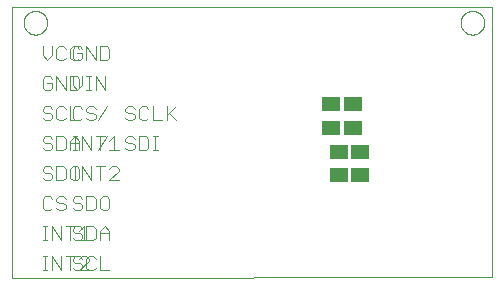
<source format=gtp>
G75*
%MOIN*%
%OFA0B0*%
%FSLAX25Y25*%
%IPPOS*%
%LPD*%
%AMOC8*
5,1,8,0,0,1.08239X$1,22.5*
%
%ADD10C,0.00000*%
%ADD11C,0.00400*%
%ADD12R,0.05906X0.05118*%
D10*
X0005000Y0010770D02*
X0005000Y0101270D01*
X0165000Y0101270D01*
X0165000Y0011270D01*
X0005000Y0010770D01*
X0008858Y0095916D02*
X0008860Y0096041D01*
X0008866Y0096166D01*
X0008876Y0096290D01*
X0008890Y0096414D01*
X0008907Y0096538D01*
X0008929Y0096661D01*
X0008955Y0096783D01*
X0008984Y0096905D01*
X0009017Y0097025D01*
X0009055Y0097144D01*
X0009095Y0097263D01*
X0009140Y0097379D01*
X0009188Y0097494D01*
X0009240Y0097608D01*
X0009296Y0097720D01*
X0009355Y0097830D01*
X0009417Y0097938D01*
X0009483Y0098045D01*
X0009552Y0098149D01*
X0009625Y0098250D01*
X0009700Y0098350D01*
X0009779Y0098447D01*
X0009861Y0098541D01*
X0009946Y0098633D01*
X0010033Y0098722D01*
X0010124Y0098808D01*
X0010217Y0098891D01*
X0010313Y0098972D01*
X0010411Y0099049D01*
X0010511Y0099123D01*
X0010614Y0099194D01*
X0010719Y0099261D01*
X0010827Y0099326D01*
X0010936Y0099386D01*
X0011047Y0099444D01*
X0011160Y0099497D01*
X0011274Y0099547D01*
X0011390Y0099594D01*
X0011507Y0099636D01*
X0011626Y0099675D01*
X0011746Y0099711D01*
X0011867Y0099742D01*
X0011989Y0099770D01*
X0012111Y0099793D01*
X0012235Y0099813D01*
X0012359Y0099829D01*
X0012483Y0099841D01*
X0012608Y0099849D01*
X0012733Y0099853D01*
X0012857Y0099853D01*
X0012982Y0099849D01*
X0013107Y0099841D01*
X0013231Y0099829D01*
X0013355Y0099813D01*
X0013479Y0099793D01*
X0013601Y0099770D01*
X0013723Y0099742D01*
X0013844Y0099711D01*
X0013964Y0099675D01*
X0014083Y0099636D01*
X0014200Y0099594D01*
X0014316Y0099547D01*
X0014430Y0099497D01*
X0014543Y0099444D01*
X0014654Y0099386D01*
X0014764Y0099326D01*
X0014871Y0099261D01*
X0014976Y0099194D01*
X0015079Y0099123D01*
X0015179Y0099049D01*
X0015277Y0098972D01*
X0015373Y0098891D01*
X0015466Y0098808D01*
X0015557Y0098722D01*
X0015644Y0098633D01*
X0015729Y0098541D01*
X0015811Y0098447D01*
X0015890Y0098350D01*
X0015965Y0098250D01*
X0016038Y0098149D01*
X0016107Y0098045D01*
X0016173Y0097938D01*
X0016235Y0097830D01*
X0016294Y0097720D01*
X0016350Y0097608D01*
X0016402Y0097494D01*
X0016450Y0097379D01*
X0016495Y0097263D01*
X0016535Y0097144D01*
X0016573Y0097025D01*
X0016606Y0096905D01*
X0016635Y0096783D01*
X0016661Y0096661D01*
X0016683Y0096538D01*
X0016700Y0096414D01*
X0016714Y0096290D01*
X0016724Y0096166D01*
X0016730Y0096041D01*
X0016732Y0095916D01*
X0016730Y0095791D01*
X0016724Y0095666D01*
X0016714Y0095542D01*
X0016700Y0095418D01*
X0016683Y0095294D01*
X0016661Y0095171D01*
X0016635Y0095049D01*
X0016606Y0094927D01*
X0016573Y0094807D01*
X0016535Y0094688D01*
X0016495Y0094569D01*
X0016450Y0094453D01*
X0016402Y0094338D01*
X0016350Y0094224D01*
X0016294Y0094112D01*
X0016235Y0094002D01*
X0016173Y0093894D01*
X0016107Y0093787D01*
X0016038Y0093683D01*
X0015965Y0093582D01*
X0015890Y0093482D01*
X0015811Y0093385D01*
X0015729Y0093291D01*
X0015644Y0093199D01*
X0015557Y0093110D01*
X0015466Y0093024D01*
X0015373Y0092941D01*
X0015277Y0092860D01*
X0015179Y0092783D01*
X0015079Y0092709D01*
X0014976Y0092638D01*
X0014871Y0092571D01*
X0014763Y0092506D01*
X0014654Y0092446D01*
X0014543Y0092388D01*
X0014430Y0092335D01*
X0014316Y0092285D01*
X0014200Y0092238D01*
X0014083Y0092196D01*
X0013964Y0092157D01*
X0013844Y0092121D01*
X0013723Y0092090D01*
X0013601Y0092062D01*
X0013479Y0092039D01*
X0013355Y0092019D01*
X0013231Y0092003D01*
X0013107Y0091991D01*
X0012982Y0091983D01*
X0012857Y0091979D01*
X0012733Y0091979D01*
X0012608Y0091983D01*
X0012483Y0091991D01*
X0012359Y0092003D01*
X0012235Y0092019D01*
X0012111Y0092039D01*
X0011989Y0092062D01*
X0011867Y0092090D01*
X0011746Y0092121D01*
X0011626Y0092157D01*
X0011507Y0092196D01*
X0011390Y0092238D01*
X0011274Y0092285D01*
X0011160Y0092335D01*
X0011047Y0092388D01*
X0010936Y0092446D01*
X0010826Y0092506D01*
X0010719Y0092571D01*
X0010614Y0092638D01*
X0010511Y0092709D01*
X0010411Y0092783D01*
X0010313Y0092860D01*
X0010217Y0092941D01*
X0010124Y0093024D01*
X0010033Y0093110D01*
X0009946Y0093199D01*
X0009861Y0093291D01*
X0009779Y0093385D01*
X0009700Y0093482D01*
X0009625Y0093582D01*
X0009552Y0093683D01*
X0009483Y0093787D01*
X0009417Y0093894D01*
X0009355Y0094002D01*
X0009296Y0094112D01*
X0009240Y0094224D01*
X0009188Y0094338D01*
X0009140Y0094453D01*
X0009095Y0094569D01*
X0009055Y0094688D01*
X0009017Y0094807D01*
X0008984Y0094927D01*
X0008955Y0095049D01*
X0008929Y0095171D01*
X0008907Y0095294D01*
X0008890Y0095418D01*
X0008876Y0095542D01*
X0008866Y0095666D01*
X0008860Y0095791D01*
X0008858Y0095916D01*
X0154528Y0095916D02*
X0154530Y0096041D01*
X0154536Y0096166D01*
X0154546Y0096290D01*
X0154560Y0096414D01*
X0154577Y0096538D01*
X0154599Y0096661D01*
X0154625Y0096783D01*
X0154654Y0096905D01*
X0154687Y0097025D01*
X0154725Y0097144D01*
X0154765Y0097263D01*
X0154810Y0097379D01*
X0154858Y0097494D01*
X0154910Y0097608D01*
X0154966Y0097720D01*
X0155025Y0097830D01*
X0155087Y0097938D01*
X0155153Y0098045D01*
X0155222Y0098149D01*
X0155295Y0098250D01*
X0155370Y0098350D01*
X0155449Y0098447D01*
X0155531Y0098541D01*
X0155616Y0098633D01*
X0155703Y0098722D01*
X0155794Y0098808D01*
X0155887Y0098891D01*
X0155983Y0098972D01*
X0156081Y0099049D01*
X0156181Y0099123D01*
X0156284Y0099194D01*
X0156389Y0099261D01*
X0156497Y0099326D01*
X0156606Y0099386D01*
X0156717Y0099444D01*
X0156830Y0099497D01*
X0156944Y0099547D01*
X0157060Y0099594D01*
X0157177Y0099636D01*
X0157296Y0099675D01*
X0157416Y0099711D01*
X0157537Y0099742D01*
X0157659Y0099770D01*
X0157781Y0099793D01*
X0157905Y0099813D01*
X0158029Y0099829D01*
X0158153Y0099841D01*
X0158278Y0099849D01*
X0158403Y0099853D01*
X0158527Y0099853D01*
X0158652Y0099849D01*
X0158777Y0099841D01*
X0158901Y0099829D01*
X0159025Y0099813D01*
X0159149Y0099793D01*
X0159271Y0099770D01*
X0159393Y0099742D01*
X0159514Y0099711D01*
X0159634Y0099675D01*
X0159753Y0099636D01*
X0159870Y0099594D01*
X0159986Y0099547D01*
X0160100Y0099497D01*
X0160213Y0099444D01*
X0160324Y0099386D01*
X0160434Y0099326D01*
X0160541Y0099261D01*
X0160646Y0099194D01*
X0160749Y0099123D01*
X0160849Y0099049D01*
X0160947Y0098972D01*
X0161043Y0098891D01*
X0161136Y0098808D01*
X0161227Y0098722D01*
X0161314Y0098633D01*
X0161399Y0098541D01*
X0161481Y0098447D01*
X0161560Y0098350D01*
X0161635Y0098250D01*
X0161708Y0098149D01*
X0161777Y0098045D01*
X0161843Y0097938D01*
X0161905Y0097830D01*
X0161964Y0097720D01*
X0162020Y0097608D01*
X0162072Y0097494D01*
X0162120Y0097379D01*
X0162165Y0097263D01*
X0162205Y0097144D01*
X0162243Y0097025D01*
X0162276Y0096905D01*
X0162305Y0096783D01*
X0162331Y0096661D01*
X0162353Y0096538D01*
X0162370Y0096414D01*
X0162384Y0096290D01*
X0162394Y0096166D01*
X0162400Y0096041D01*
X0162402Y0095916D01*
X0162400Y0095791D01*
X0162394Y0095666D01*
X0162384Y0095542D01*
X0162370Y0095418D01*
X0162353Y0095294D01*
X0162331Y0095171D01*
X0162305Y0095049D01*
X0162276Y0094927D01*
X0162243Y0094807D01*
X0162205Y0094688D01*
X0162165Y0094569D01*
X0162120Y0094453D01*
X0162072Y0094338D01*
X0162020Y0094224D01*
X0161964Y0094112D01*
X0161905Y0094002D01*
X0161843Y0093894D01*
X0161777Y0093787D01*
X0161708Y0093683D01*
X0161635Y0093582D01*
X0161560Y0093482D01*
X0161481Y0093385D01*
X0161399Y0093291D01*
X0161314Y0093199D01*
X0161227Y0093110D01*
X0161136Y0093024D01*
X0161043Y0092941D01*
X0160947Y0092860D01*
X0160849Y0092783D01*
X0160749Y0092709D01*
X0160646Y0092638D01*
X0160541Y0092571D01*
X0160433Y0092506D01*
X0160324Y0092446D01*
X0160213Y0092388D01*
X0160100Y0092335D01*
X0159986Y0092285D01*
X0159870Y0092238D01*
X0159753Y0092196D01*
X0159634Y0092157D01*
X0159514Y0092121D01*
X0159393Y0092090D01*
X0159271Y0092062D01*
X0159149Y0092039D01*
X0159025Y0092019D01*
X0158901Y0092003D01*
X0158777Y0091991D01*
X0158652Y0091983D01*
X0158527Y0091979D01*
X0158403Y0091979D01*
X0158278Y0091983D01*
X0158153Y0091991D01*
X0158029Y0092003D01*
X0157905Y0092019D01*
X0157781Y0092039D01*
X0157659Y0092062D01*
X0157537Y0092090D01*
X0157416Y0092121D01*
X0157296Y0092157D01*
X0157177Y0092196D01*
X0157060Y0092238D01*
X0156944Y0092285D01*
X0156830Y0092335D01*
X0156717Y0092388D01*
X0156606Y0092446D01*
X0156496Y0092506D01*
X0156389Y0092571D01*
X0156284Y0092638D01*
X0156181Y0092709D01*
X0156081Y0092783D01*
X0155983Y0092860D01*
X0155887Y0092941D01*
X0155794Y0093024D01*
X0155703Y0093110D01*
X0155616Y0093199D01*
X0155531Y0093291D01*
X0155449Y0093385D01*
X0155370Y0093482D01*
X0155295Y0093582D01*
X0155222Y0093683D01*
X0155153Y0093787D01*
X0155087Y0093894D01*
X0155025Y0094002D01*
X0154966Y0094112D01*
X0154910Y0094224D01*
X0154858Y0094338D01*
X0154810Y0094453D01*
X0154765Y0094569D01*
X0154725Y0094688D01*
X0154687Y0094807D01*
X0154654Y0094927D01*
X0154625Y0095049D01*
X0154599Y0095171D01*
X0154577Y0095294D01*
X0154560Y0095418D01*
X0154546Y0095542D01*
X0154536Y0095666D01*
X0154530Y0095791D01*
X0154528Y0095916D01*
D11*
X0059705Y0068074D02*
X0056635Y0065005D01*
X0057403Y0065772D02*
X0059705Y0063470D01*
X0056635Y0063470D02*
X0056635Y0068074D01*
X0052031Y0068074D02*
X0052031Y0063470D01*
X0055101Y0063470D01*
X0050497Y0064237D02*
X0049729Y0063470D01*
X0048195Y0063470D01*
X0047427Y0064237D01*
X0047427Y0067307D01*
X0048195Y0068074D01*
X0049729Y0068074D01*
X0050497Y0067307D01*
X0045893Y0067307D02*
X0045126Y0068074D01*
X0043591Y0068074D01*
X0042824Y0067307D01*
X0042824Y0066539D01*
X0043591Y0065772D01*
X0045126Y0065772D01*
X0045893Y0065005D01*
X0045893Y0064237D01*
X0045126Y0063470D01*
X0043591Y0063470D01*
X0042824Y0064237D01*
X0036685Y0068074D02*
X0033616Y0063470D01*
X0032873Y0064237D02*
X0032106Y0063470D01*
X0030571Y0063470D01*
X0029804Y0064237D01*
X0028269Y0064237D02*
X0027502Y0063470D01*
X0025967Y0063470D01*
X0025200Y0064237D01*
X0025200Y0067307D01*
X0025967Y0068074D01*
X0027502Y0068074D01*
X0028269Y0067307D01*
X0029804Y0067307D02*
X0029804Y0066539D01*
X0030571Y0065772D01*
X0032106Y0065772D01*
X0032873Y0065005D01*
X0032873Y0064237D01*
X0032873Y0067307D02*
X0032106Y0068074D01*
X0030571Y0068074D01*
X0029804Y0067307D01*
X0024408Y0068074D02*
X0024408Y0063470D01*
X0027477Y0063470D01*
X0022873Y0064237D02*
X0022106Y0063470D01*
X0020571Y0063470D01*
X0019804Y0064237D01*
X0019804Y0067307D01*
X0020571Y0068074D01*
X0022106Y0068074D01*
X0022873Y0067307D01*
X0018269Y0067307D02*
X0017502Y0068074D01*
X0015967Y0068074D01*
X0015200Y0067307D01*
X0015200Y0066539D01*
X0015967Y0065772D01*
X0017502Y0065772D01*
X0018269Y0065005D01*
X0018269Y0064237D01*
X0017502Y0063470D01*
X0015967Y0063470D01*
X0015200Y0064237D01*
X0015967Y0058074D02*
X0015200Y0057307D01*
X0015200Y0056539D01*
X0015967Y0055772D01*
X0017502Y0055772D01*
X0018269Y0055005D01*
X0018269Y0054237D01*
X0017502Y0053470D01*
X0015967Y0053470D01*
X0015200Y0054237D01*
X0019804Y0053470D02*
X0022106Y0053470D01*
X0022873Y0054237D01*
X0022873Y0057307D01*
X0022106Y0058074D01*
X0019804Y0058074D01*
X0019804Y0053470D01*
X0018269Y0057307D02*
X0017502Y0058074D01*
X0015967Y0058074D01*
X0024408Y0056539D02*
X0024408Y0053470D01*
X0025200Y0053470D02*
X0026735Y0053470D01*
X0027477Y0053470D02*
X0027477Y0056539D01*
X0025942Y0058074D01*
X0024408Y0056539D01*
X0024408Y0055772D02*
X0027477Y0055772D01*
X0026735Y0058074D02*
X0025200Y0058074D01*
X0025967Y0058074D02*
X0025967Y0053470D01*
X0028269Y0053470D02*
X0028269Y0058074D01*
X0031339Y0053470D01*
X0031339Y0058074D01*
X0032873Y0058074D02*
X0035942Y0058074D01*
X0036685Y0058074D02*
X0033616Y0053470D01*
X0034408Y0053470D02*
X0034408Y0058074D01*
X0037477Y0056539D02*
X0039012Y0058074D01*
X0039012Y0053470D01*
X0040546Y0053470D02*
X0037477Y0053470D01*
X0042824Y0054237D02*
X0043591Y0053470D01*
X0045126Y0053470D01*
X0045893Y0054237D01*
X0045893Y0055005D01*
X0045126Y0055772D01*
X0043591Y0055772D01*
X0042824Y0056539D01*
X0042824Y0057307D01*
X0043591Y0058074D01*
X0045126Y0058074D01*
X0045893Y0057307D01*
X0047427Y0058074D02*
X0049729Y0058074D01*
X0050497Y0057307D01*
X0050497Y0054237D01*
X0049729Y0053470D01*
X0047427Y0053470D01*
X0047427Y0058074D01*
X0052031Y0058074D02*
X0053566Y0058074D01*
X0052799Y0058074D02*
X0052799Y0053470D01*
X0053566Y0053470D02*
X0052031Y0053470D01*
X0040546Y0047307D02*
X0039779Y0048074D01*
X0038244Y0048074D01*
X0037477Y0047307D01*
X0035942Y0048074D02*
X0032873Y0048074D01*
X0031339Y0048074D02*
X0031339Y0043470D01*
X0028269Y0048074D01*
X0028269Y0043470D01*
X0027477Y0044237D02*
X0027477Y0047307D01*
X0026710Y0048074D01*
X0025175Y0048074D01*
X0024408Y0047307D01*
X0024408Y0044237D01*
X0025175Y0043470D01*
X0026710Y0043470D01*
X0027477Y0044237D01*
X0026735Y0043470D02*
X0025200Y0043470D01*
X0025967Y0043470D02*
X0025967Y0048074D01*
X0025200Y0048074D02*
X0026735Y0048074D01*
X0022873Y0047307D02*
X0022106Y0048074D01*
X0019804Y0048074D01*
X0019804Y0043470D01*
X0022106Y0043470D01*
X0022873Y0044237D01*
X0022873Y0047307D01*
X0018269Y0047307D02*
X0017502Y0048074D01*
X0015967Y0048074D01*
X0015200Y0047307D01*
X0015200Y0046539D01*
X0015967Y0045772D01*
X0017502Y0045772D01*
X0018269Y0045005D01*
X0018269Y0044237D01*
X0017502Y0043470D01*
X0015967Y0043470D01*
X0015200Y0044237D01*
X0015967Y0038074D02*
X0015200Y0037307D01*
X0015200Y0034237D01*
X0015967Y0033470D01*
X0017502Y0033470D01*
X0018269Y0034237D01*
X0019804Y0034237D02*
X0020571Y0033470D01*
X0022106Y0033470D01*
X0022873Y0034237D01*
X0022873Y0035005D01*
X0022106Y0035772D01*
X0020571Y0035772D01*
X0019804Y0036539D01*
X0019804Y0037307D01*
X0020571Y0038074D01*
X0022106Y0038074D01*
X0022873Y0037307D01*
X0025200Y0037307D02*
X0025200Y0036539D01*
X0025967Y0035772D01*
X0027502Y0035772D01*
X0028269Y0035005D01*
X0028269Y0034237D01*
X0027502Y0033470D01*
X0025967Y0033470D01*
X0025200Y0034237D01*
X0029804Y0033470D02*
X0032106Y0033470D01*
X0032873Y0034237D01*
X0032873Y0037307D01*
X0032106Y0038074D01*
X0029804Y0038074D01*
X0029804Y0033470D01*
X0028269Y0037307D02*
X0027502Y0038074D01*
X0025967Y0038074D01*
X0025200Y0037307D01*
X0018269Y0037307D02*
X0017502Y0038074D01*
X0015967Y0038074D01*
X0015967Y0028074D02*
X0015967Y0023470D01*
X0015200Y0023470D02*
X0016735Y0023470D01*
X0018269Y0023470D02*
X0018269Y0028074D01*
X0021339Y0023470D01*
X0021339Y0028074D01*
X0022873Y0028074D02*
X0025942Y0028074D01*
X0025967Y0028074D02*
X0025200Y0027307D01*
X0025200Y0026539D01*
X0025967Y0025772D01*
X0027502Y0025772D01*
X0028269Y0025005D01*
X0028269Y0024237D01*
X0027502Y0023470D01*
X0025967Y0023470D01*
X0025200Y0024237D01*
X0024408Y0023470D02*
X0024408Y0028074D01*
X0025967Y0028074D02*
X0027502Y0028074D01*
X0028269Y0027307D01*
X0029012Y0028074D02*
X0027477Y0026539D01*
X0029012Y0028074D02*
X0029012Y0023470D01*
X0029804Y0023470D02*
X0032106Y0023470D01*
X0032873Y0024237D01*
X0032873Y0027307D01*
X0032106Y0028074D01*
X0029804Y0028074D01*
X0029804Y0023470D01*
X0030546Y0023470D02*
X0027477Y0023470D01*
X0034408Y0023470D02*
X0034408Y0026539D01*
X0035942Y0028074D01*
X0037477Y0026539D01*
X0037477Y0023470D01*
X0037477Y0025772D02*
X0034408Y0025772D01*
X0034408Y0018074D02*
X0034408Y0013470D01*
X0037477Y0013470D01*
X0032873Y0014237D02*
X0032106Y0013470D01*
X0030571Y0013470D01*
X0029804Y0014237D01*
X0029804Y0017307D01*
X0030571Y0018074D01*
X0032106Y0018074D01*
X0032873Y0017307D01*
X0030546Y0017307D02*
X0030546Y0016539D01*
X0027477Y0013470D01*
X0030546Y0013470D01*
X0028269Y0014237D02*
X0028269Y0015005D01*
X0027502Y0015772D01*
X0025967Y0015772D01*
X0025200Y0016539D01*
X0025200Y0017307D01*
X0025967Y0018074D01*
X0027502Y0018074D01*
X0028269Y0017307D01*
X0028244Y0018074D02*
X0027477Y0017307D01*
X0028244Y0018074D02*
X0029779Y0018074D01*
X0030546Y0017307D01*
X0028269Y0014237D02*
X0027502Y0013470D01*
X0025967Y0013470D01*
X0025200Y0014237D01*
X0024408Y0013470D02*
X0024408Y0018074D01*
X0025942Y0018074D02*
X0022873Y0018074D01*
X0021339Y0018074D02*
X0021339Y0013470D01*
X0018269Y0018074D01*
X0018269Y0013470D01*
X0016735Y0013470D02*
X0015200Y0013470D01*
X0015967Y0013470D02*
X0015967Y0018074D01*
X0015200Y0018074D02*
X0016735Y0018074D01*
X0016735Y0028074D02*
X0015200Y0028074D01*
X0034408Y0034237D02*
X0035175Y0033470D01*
X0036710Y0033470D01*
X0037477Y0034237D01*
X0037477Y0037307D01*
X0036710Y0038074D01*
X0035175Y0038074D01*
X0034408Y0037307D01*
X0034408Y0034237D01*
X0034408Y0043470D02*
X0034408Y0048074D01*
X0037477Y0043470D02*
X0040546Y0046539D01*
X0040546Y0047307D01*
X0040546Y0043470D02*
X0037477Y0043470D01*
X0035942Y0073470D02*
X0035942Y0078074D01*
X0032873Y0078074D02*
X0035942Y0073470D01*
X0032873Y0073470D02*
X0032873Y0078074D01*
X0031339Y0078074D02*
X0029804Y0078074D01*
X0030571Y0078074D02*
X0030571Y0073470D01*
X0029804Y0073470D02*
X0031339Y0073470D01*
X0028269Y0075005D02*
X0028269Y0078074D01*
X0027477Y0077307D02*
X0026710Y0078074D01*
X0024408Y0078074D01*
X0024408Y0073470D01*
X0026710Y0073470D01*
X0027477Y0074237D01*
X0027477Y0077307D01*
X0025200Y0078074D02*
X0025200Y0075005D01*
X0026735Y0073470D01*
X0028269Y0075005D01*
X0022873Y0073470D02*
X0022873Y0078074D01*
X0019804Y0078074D02*
X0022873Y0073470D01*
X0019804Y0073470D02*
X0019804Y0078074D01*
X0018269Y0077307D02*
X0017502Y0078074D01*
X0015967Y0078074D01*
X0015200Y0077307D01*
X0015200Y0074237D01*
X0015967Y0073470D01*
X0017502Y0073470D01*
X0018269Y0074237D01*
X0018269Y0075772D01*
X0016735Y0075772D01*
X0016735Y0083470D02*
X0018269Y0085005D01*
X0018269Y0088074D01*
X0019804Y0087307D02*
X0019804Y0084237D01*
X0020571Y0083470D01*
X0022106Y0083470D01*
X0022873Y0084237D01*
X0024408Y0084237D02*
X0025175Y0083470D01*
X0026710Y0083470D01*
X0027477Y0084237D01*
X0027502Y0083470D02*
X0028269Y0084237D01*
X0028269Y0085772D01*
X0026735Y0085772D01*
X0027477Y0087307D02*
X0026710Y0088074D01*
X0025175Y0088074D01*
X0024408Y0087307D01*
X0024408Y0084237D01*
X0025200Y0084237D02*
X0025967Y0083470D01*
X0027502Y0083470D01*
X0029804Y0083470D02*
X0029804Y0088074D01*
X0032873Y0083470D01*
X0032873Y0088074D01*
X0034408Y0088074D02*
X0036710Y0088074D01*
X0037477Y0087307D01*
X0037477Y0084237D01*
X0036710Y0083470D01*
X0034408Y0083470D01*
X0034408Y0088074D01*
X0028269Y0087307D02*
X0027502Y0088074D01*
X0025967Y0088074D01*
X0025200Y0087307D01*
X0025200Y0084237D01*
X0022873Y0087307D02*
X0022106Y0088074D01*
X0020571Y0088074D01*
X0019804Y0087307D01*
X0015200Y0088074D02*
X0015200Y0085005D01*
X0016735Y0083470D01*
D12*
X0111220Y0068750D03*
X0118701Y0068750D03*
X0118701Y0060876D03*
X0111220Y0060876D03*
X0113976Y0053002D03*
X0121063Y0053002D03*
X0121063Y0045128D03*
X0113976Y0045128D03*
M02*

</source>
